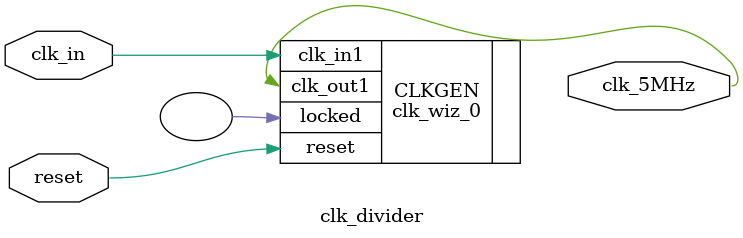
<source format=v>
module clk_divider(clk_in, clk_5MHz, reset);

input clk_in; // 100MHz
output clk_5MHz;
input reset;


clk_wiz_0 CLKGEN(
  .clk_out1(clk_5MHz),
  .reset(reset),
  .locked(),
  .clk_in1(clk_in)
 );
 
endmodule

</source>
